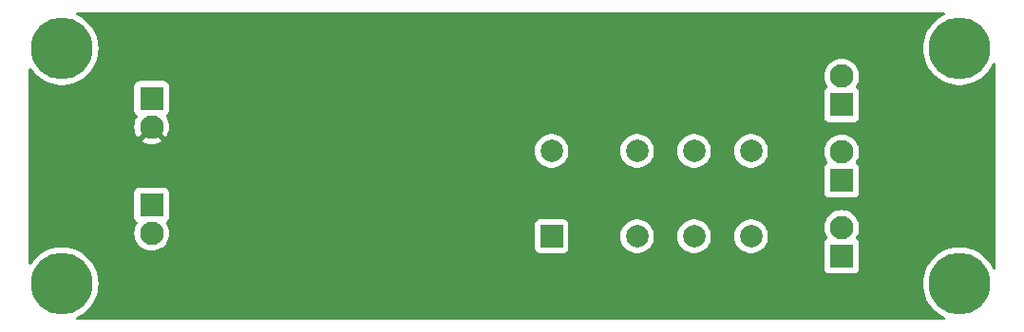
<source format=gbl>
G04 #@! TF.GenerationSoftware,KiCad,Pcbnew,7.0.6-0*
G04 #@! TF.CreationDate,2023-08-27T09:50:28-04:00*
G04 #@! TF.ProjectId,edge triggered monostable,65646765-2074-4726-9967-676572656420,1.0*
G04 #@! TF.SameCoordinates,Original*
G04 #@! TF.FileFunction,Copper,L2,Bot*
G04 #@! TF.FilePolarity,Positive*
%FSLAX46Y46*%
G04 Gerber Fmt 4.6, Leading zero omitted, Abs format (unit mm)*
G04 Created by KiCad (PCBNEW 7.0.6-0) date 2023-08-27 09:50:28*
%MOMM*%
%LPD*%
G01*
G04 APERTURE LIST*
G04 #@! TA.AperFunction,ComponentPad*
%ADD10R,2.000000X2.000000*%
G04 #@! TD*
G04 #@! TA.AperFunction,ComponentPad*
%ADD11C,2.000000*%
G04 #@! TD*
G04 #@! TA.AperFunction,ComponentPad*
%ADD12R,2.100000X2.100000*%
G04 #@! TD*
G04 #@! TA.AperFunction,ComponentPad*
%ADD13C,2.100000*%
G04 #@! TD*
G04 #@! TA.AperFunction,WasherPad*
%ADD14C,5.500000*%
G04 #@! TD*
G04 #@! TA.AperFunction,ViaPad*
%ADD15C,0.800000*%
G04 #@! TD*
G04 APERTURE END LIST*
D10*
X127642500Y-106762500D03*
D11*
X135262500Y-106762500D03*
X140342500Y-106762500D03*
X145422500Y-106762500D03*
X145422500Y-99142500D03*
X140342500Y-99142500D03*
X135262500Y-99142500D03*
X127642500Y-99142500D03*
D12*
X153500000Y-95020000D03*
D13*
X153500000Y-92480000D03*
D12*
X153500000Y-101770000D03*
D13*
X153500000Y-99230000D03*
D12*
X153500000Y-108520000D03*
D13*
X153500000Y-105980000D03*
D12*
X92000000Y-94460000D03*
D13*
X92000000Y-97000000D03*
D12*
X92000000Y-103960000D03*
D13*
X92000000Y-106500000D03*
D14*
X164000000Y-111000000D03*
X84000000Y-111000000D03*
X84000000Y-90000000D03*
X164000000Y-90000000D03*
D15*
X118000000Y-107200000D03*
X111000000Y-108500000D03*
X114500000Y-108600000D03*
X99000000Y-108600000D03*
X105200000Y-98100000D03*
X107000000Y-109900000D03*
G04 #@! TA.AperFunction,Conductor*
G36*
X162677977Y-86820185D02*
G01*
X162723732Y-86872989D01*
X162733676Y-86942147D01*
X162704651Y-87005703D01*
X162663004Y-87037039D01*
X162475210Y-87123921D01*
X162475197Y-87123928D01*
X162173184Y-87305644D01*
X161892589Y-87518946D01*
X161892580Y-87518954D01*
X161636685Y-87761350D01*
X161408505Y-88029983D01*
X161408498Y-88029993D01*
X161210695Y-88321730D01*
X161045597Y-88633137D01*
X161045588Y-88633155D01*
X160915127Y-88960589D01*
X160915126Y-88960591D01*
X160820834Y-89300203D01*
X160820833Y-89300206D01*
X160763808Y-89648045D01*
X160744726Y-89999997D01*
X160744726Y-90000002D01*
X160763808Y-90351954D01*
X160820833Y-90699793D01*
X160820834Y-90699796D01*
X160915126Y-91039408D01*
X160915127Y-91039410D01*
X161045588Y-91366844D01*
X161045597Y-91366862D01*
X161052690Y-91380241D01*
X161210695Y-91678269D01*
X161324314Y-91845845D01*
X161408498Y-91970006D01*
X161408505Y-91970016D01*
X161635028Y-92236698D01*
X161636686Y-92238650D01*
X161892580Y-92481046D01*
X162173182Y-92694354D01*
X162475202Y-92876074D01*
X162475206Y-92876075D01*
X162475210Y-92876078D01*
X162795088Y-93024070D01*
X162795092Y-93024070D01*
X162795099Y-93024074D01*
X163129122Y-93136619D01*
X163473355Y-93212391D01*
X163823763Y-93250500D01*
X163823769Y-93250500D01*
X164176231Y-93250500D01*
X164176237Y-93250500D01*
X164526645Y-93212391D01*
X164870878Y-93136619D01*
X165204901Y-93024074D01*
X165204908Y-93024070D01*
X165204911Y-93024070D01*
X165524789Y-92876078D01*
X165524798Y-92876074D01*
X165826818Y-92694354D01*
X166107420Y-92481046D01*
X166363314Y-92238650D01*
X166591501Y-91970008D01*
X166789305Y-91678269D01*
X166954407Y-91366854D01*
X166954410Y-91366844D01*
X166954414Y-91366838D01*
X166960307Y-91352048D01*
X167003406Y-91297055D01*
X167069396Y-91274094D01*
X167137323Y-91290455D01*
X167185622Y-91340942D01*
X167199500Y-91397944D01*
X167199500Y-109602055D01*
X167179815Y-109669094D01*
X167127011Y-109714849D01*
X167057853Y-109724793D01*
X166994297Y-109695768D01*
X166960307Y-109647953D01*
X166958107Y-109642434D01*
X166954407Y-109633146D01*
X166789305Y-109321731D01*
X166591501Y-109029992D01*
X166591497Y-109029987D01*
X166591494Y-109029983D01*
X166363314Y-108761350D01*
X166107420Y-108518954D01*
X166107413Y-108518948D01*
X166107410Y-108518946D01*
X165826815Y-108305644D01*
X165524802Y-108123928D01*
X165524789Y-108123921D01*
X165204911Y-107975929D01*
X165204906Y-107975928D01*
X165204903Y-107975927D01*
X165204901Y-107975926D01*
X165098432Y-107940052D01*
X164870880Y-107863381D01*
X164526643Y-107787608D01*
X164176238Y-107749500D01*
X164176237Y-107749500D01*
X163823763Y-107749500D01*
X163823761Y-107749500D01*
X163473356Y-107787608D01*
X163129119Y-107863381D01*
X162795093Y-107975928D01*
X162795088Y-107975929D01*
X162475210Y-108123921D01*
X162475197Y-108123928D01*
X162173184Y-108305644D01*
X161892589Y-108518946D01*
X161892580Y-108518954D01*
X161636685Y-108761350D01*
X161408505Y-109029983D01*
X161408498Y-109029993D01*
X161210695Y-109321730D01*
X161045597Y-109633137D01*
X161045588Y-109633155D01*
X160915127Y-109960589D01*
X160915126Y-109960591D01*
X160820834Y-110300203D01*
X160820833Y-110300206D01*
X160763808Y-110648045D01*
X160744726Y-110999997D01*
X160744726Y-111000002D01*
X160763808Y-111351954D01*
X160820833Y-111699793D01*
X160820834Y-111699796D01*
X160915126Y-112039408D01*
X160915127Y-112039410D01*
X161045588Y-112366844D01*
X161045597Y-112366862D01*
X161062076Y-112397944D01*
X161210695Y-112678269D01*
X161324314Y-112845845D01*
X161408498Y-112970006D01*
X161408505Y-112970016D01*
X161636685Y-113238649D01*
X161636686Y-113238650D01*
X161892580Y-113481046D01*
X162173182Y-113694354D01*
X162475202Y-113876074D01*
X162475206Y-113876075D01*
X162475210Y-113876078D01*
X162663004Y-113962961D01*
X162715582Y-114008975D01*
X162734936Y-114076111D01*
X162714922Y-114143052D01*
X162661893Y-114188547D01*
X162610938Y-114199500D01*
X85389062Y-114199500D01*
X85322023Y-114179815D01*
X85276268Y-114127011D01*
X85266324Y-114057853D01*
X85295349Y-113994297D01*
X85336996Y-113962961D01*
X85524789Y-113876078D01*
X85524798Y-113876074D01*
X85826818Y-113694354D01*
X86107420Y-113481046D01*
X86363314Y-113238650D01*
X86591501Y-112970008D01*
X86789305Y-112678269D01*
X86954407Y-112366854D01*
X87084871Y-112039414D01*
X87179168Y-111699788D01*
X87236191Y-111351957D01*
X87255274Y-111000000D01*
X87236191Y-110648043D01*
X87179168Y-110300212D01*
X87115389Y-110070500D01*
X87084873Y-109960591D01*
X87084872Y-109960589D01*
X86954411Y-109633155D01*
X86954402Y-109633137D01*
X86946305Y-109617864D01*
X86789305Y-109321731D01*
X86591501Y-109029992D01*
X86591497Y-109029987D01*
X86591494Y-109029983D01*
X86363314Y-108761350D01*
X86363314Y-108761349D01*
X86107420Y-108518954D01*
X86107413Y-108518948D01*
X86107410Y-108518946D01*
X85826815Y-108305644D01*
X85524802Y-108123928D01*
X85524789Y-108123921D01*
X85204911Y-107975929D01*
X85204906Y-107975928D01*
X85204903Y-107975927D01*
X85204901Y-107975926D01*
X85098432Y-107940052D01*
X84870880Y-107863381D01*
X84526643Y-107787608D01*
X84176238Y-107749500D01*
X84176237Y-107749500D01*
X83823763Y-107749500D01*
X83823761Y-107749500D01*
X83473356Y-107787608D01*
X83129119Y-107863381D01*
X82795093Y-107975928D01*
X82795088Y-107975929D01*
X82475210Y-108123921D01*
X82475197Y-108123928D01*
X82173184Y-108305644D01*
X81892589Y-108518946D01*
X81892580Y-108518954D01*
X81636685Y-108761350D01*
X81408505Y-109029983D01*
X81408498Y-109029993D01*
X81277133Y-109223742D01*
X81223219Y-109268183D01*
X81153837Y-109276421D01*
X81091015Y-109245840D01*
X81054699Y-109186150D01*
X81050500Y-109154155D01*
X81050500Y-106500000D01*
X90444706Y-106500000D01*
X90463853Y-106743297D01*
X90463853Y-106743300D01*
X90463854Y-106743302D01*
X90510670Y-106938303D01*
X90520830Y-106980619D01*
X90614222Y-107206089D01*
X90741737Y-107414173D01*
X90741738Y-107414176D01*
X90748529Y-107422127D01*
X90900241Y-107599759D01*
X91002721Y-107687285D01*
X91085823Y-107758261D01*
X91085826Y-107758262D01*
X91293910Y-107885777D01*
X91475347Y-107960930D01*
X91511551Y-107975926D01*
X91519381Y-107979169D01*
X91519378Y-107979169D01*
X91519384Y-107979170D01*
X91519388Y-107979172D01*
X91756698Y-108036146D01*
X92000000Y-108055294D01*
X92243302Y-108036146D01*
X92480612Y-107979172D01*
X92706089Y-107885777D01*
X92829142Y-107810370D01*
X126142000Y-107810370D01*
X126142001Y-107810376D01*
X126148408Y-107869983D01*
X126198702Y-108004828D01*
X126198706Y-108004835D01*
X126284952Y-108120044D01*
X126284955Y-108120047D01*
X126400164Y-108206293D01*
X126400171Y-108206297D01*
X126535017Y-108256591D01*
X126535016Y-108256591D01*
X126541944Y-108257335D01*
X126594627Y-108263000D01*
X128690372Y-108262999D01*
X128749983Y-108256591D01*
X128884831Y-108206296D01*
X129000046Y-108120046D01*
X129086296Y-108004831D01*
X129136591Y-107869983D01*
X129143000Y-107810373D01*
X129143000Y-106762505D01*
X133756857Y-106762505D01*
X133777390Y-107010312D01*
X133777392Y-107010324D01*
X133838436Y-107251381D01*
X133938326Y-107479106D01*
X134074333Y-107687282D01*
X134074336Y-107687285D01*
X134242756Y-107870238D01*
X134438991Y-108022974D01*
X134657690Y-108141328D01*
X134892886Y-108222071D01*
X135138165Y-108263000D01*
X135386835Y-108263000D01*
X135632114Y-108222071D01*
X135867310Y-108141328D01*
X136086009Y-108022974D01*
X136282244Y-107870238D01*
X136450664Y-107687285D01*
X136586673Y-107479107D01*
X136686563Y-107251381D01*
X136747608Y-107010321D01*
X136748057Y-107004905D01*
X136768143Y-106762505D01*
X138836857Y-106762505D01*
X138857390Y-107010312D01*
X138857392Y-107010324D01*
X138918436Y-107251381D01*
X139018326Y-107479106D01*
X139154333Y-107687282D01*
X139154336Y-107687285D01*
X139322756Y-107870238D01*
X139518991Y-108022974D01*
X139737690Y-108141328D01*
X139972886Y-108222071D01*
X140218165Y-108263000D01*
X140466835Y-108263000D01*
X140712114Y-108222071D01*
X140947310Y-108141328D01*
X141166009Y-108022974D01*
X141362244Y-107870238D01*
X141530664Y-107687285D01*
X141666673Y-107479107D01*
X141766563Y-107251381D01*
X141827608Y-107010321D01*
X141828057Y-107004905D01*
X141848143Y-106762505D01*
X143916857Y-106762505D01*
X143937390Y-107010312D01*
X143937392Y-107010324D01*
X143998436Y-107251381D01*
X144098326Y-107479106D01*
X144234333Y-107687282D01*
X144234336Y-107687285D01*
X144402756Y-107870238D01*
X144598991Y-108022974D01*
X144817690Y-108141328D01*
X145052886Y-108222071D01*
X145298165Y-108263000D01*
X145546835Y-108263000D01*
X145792114Y-108222071D01*
X146027310Y-108141328D01*
X146246009Y-108022974D01*
X146442244Y-107870238D01*
X146610664Y-107687285D01*
X146746673Y-107479107D01*
X146846563Y-107251381D01*
X146907608Y-107010321D01*
X146908057Y-107004905D01*
X146928143Y-106762505D01*
X146928143Y-106762494D01*
X146907609Y-106514687D01*
X146907607Y-106514675D01*
X146846563Y-106273618D01*
X146746673Y-106045893D01*
X146703623Y-105980000D01*
X151944706Y-105980000D01*
X151963853Y-106223297D01*
X152020830Y-106460619D01*
X152114222Y-106686089D01*
X152227449Y-106870857D01*
X152245694Y-106938303D01*
X152224578Y-107004905D01*
X152196034Y-107034913D01*
X152092452Y-107112455D01*
X152006206Y-107227664D01*
X152006202Y-107227671D01*
X151955908Y-107362517D01*
X151949501Y-107422116D01*
X151949501Y-107422123D01*
X151949500Y-107422135D01*
X151949500Y-109617870D01*
X151949501Y-109617876D01*
X151955908Y-109677483D01*
X152006202Y-109812328D01*
X152006206Y-109812335D01*
X152092452Y-109927544D01*
X152092455Y-109927547D01*
X152207664Y-110013793D01*
X152207671Y-110013797D01*
X152342517Y-110064091D01*
X152342516Y-110064091D01*
X152349444Y-110064835D01*
X152402127Y-110070500D01*
X154597872Y-110070499D01*
X154657483Y-110064091D01*
X154792331Y-110013796D01*
X154907546Y-109927546D01*
X154993796Y-109812331D01*
X155044091Y-109677483D01*
X155050500Y-109617873D01*
X155050499Y-107422128D01*
X155044091Y-107362517D01*
X154993796Y-107227669D01*
X154993795Y-107227668D01*
X154993793Y-107227664D01*
X154907547Y-107112455D01*
X154907544Y-107112452D01*
X154803966Y-107034913D01*
X154762095Y-106978979D01*
X154757111Y-106909288D01*
X154772548Y-106870860D01*
X154885777Y-106686089D01*
X154979172Y-106460612D01*
X155036146Y-106223302D01*
X155055294Y-105980000D01*
X155036146Y-105736698D01*
X154979172Y-105499388D01*
X154969109Y-105475094D01*
X154885777Y-105273910D01*
X154758262Y-105065826D01*
X154758261Y-105065823D01*
X154722453Y-105023897D01*
X154599759Y-104880241D01*
X154477063Y-104775449D01*
X154414176Y-104721738D01*
X154414173Y-104721737D01*
X154206089Y-104594222D01*
X153980618Y-104500830D01*
X153980621Y-104500830D01*
X153874992Y-104475470D01*
X153743302Y-104443854D01*
X153743300Y-104443853D01*
X153743297Y-104443853D01*
X153500000Y-104424706D01*
X153256702Y-104443853D01*
X153019380Y-104500830D01*
X152793910Y-104594222D01*
X152585826Y-104721737D01*
X152585823Y-104721738D01*
X152400241Y-104880241D01*
X152241738Y-105065823D01*
X152241737Y-105065826D01*
X152114222Y-105273910D01*
X152020830Y-105499380D01*
X152020828Y-105499387D01*
X152020828Y-105499388D01*
X152020195Y-105502024D01*
X151963853Y-105736702D01*
X151944706Y-105980000D01*
X146703623Y-105980000D01*
X146610666Y-105837717D01*
X146589057Y-105814244D01*
X146442244Y-105654762D01*
X146246009Y-105502026D01*
X146246007Y-105502025D01*
X146246006Y-105502024D01*
X146027311Y-105383672D01*
X146027302Y-105383669D01*
X145792116Y-105302929D01*
X145546835Y-105262000D01*
X145298165Y-105262000D01*
X145052883Y-105302929D01*
X144817697Y-105383669D01*
X144817688Y-105383672D01*
X144598993Y-105502024D01*
X144402757Y-105654761D01*
X144234333Y-105837717D01*
X144098326Y-106045893D01*
X143998436Y-106273618D01*
X143937392Y-106514675D01*
X143937390Y-106514687D01*
X143916857Y-106762494D01*
X143916857Y-106762505D01*
X141848143Y-106762505D01*
X141848143Y-106762494D01*
X141827609Y-106514687D01*
X141827607Y-106514675D01*
X141766563Y-106273618D01*
X141666673Y-106045893D01*
X141530666Y-105837717D01*
X141509057Y-105814244D01*
X141362244Y-105654762D01*
X141166009Y-105502026D01*
X141166007Y-105502025D01*
X141166006Y-105502024D01*
X140947311Y-105383672D01*
X140947302Y-105383669D01*
X140712116Y-105302929D01*
X140466835Y-105262000D01*
X140218165Y-105262000D01*
X139972883Y-105302929D01*
X139737697Y-105383669D01*
X139737688Y-105383672D01*
X139518993Y-105502024D01*
X139322757Y-105654761D01*
X139154333Y-105837717D01*
X139018326Y-106045893D01*
X138918436Y-106273618D01*
X138857392Y-106514675D01*
X138857390Y-106514687D01*
X138836857Y-106762494D01*
X138836857Y-106762505D01*
X136768143Y-106762505D01*
X136768143Y-106762494D01*
X136747609Y-106514687D01*
X136747607Y-106514675D01*
X136686563Y-106273618D01*
X136586673Y-106045893D01*
X136450666Y-105837717D01*
X136429057Y-105814244D01*
X136282244Y-105654762D01*
X136086009Y-105502026D01*
X136086007Y-105502025D01*
X136086006Y-105502024D01*
X135867311Y-105383672D01*
X135867302Y-105383669D01*
X135632116Y-105302929D01*
X135386835Y-105262000D01*
X135138165Y-105262000D01*
X134892883Y-105302929D01*
X134657697Y-105383669D01*
X134657688Y-105383672D01*
X134438993Y-105502024D01*
X134242757Y-105654761D01*
X134074333Y-105837717D01*
X133938326Y-106045893D01*
X133838436Y-106273618D01*
X133777392Y-106514675D01*
X133777390Y-106514687D01*
X133756857Y-106762494D01*
X133756857Y-106762505D01*
X129143000Y-106762505D01*
X129142999Y-105714628D01*
X129136591Y-105655017D01*
X129094325Y-105541697D01*
X129086297Y-105520171D01*
X129086293Y-105520164D01*
X129000047Y-105404955D01*
X129000044Y-105404952D01*
X128884835Y-105318706D01*
X128884828Y-105318702D01*
X128749982Y-105268408D01*
X128749983Y-105268408D01*
X128690383Y-105262001D01*
X128690381Y-105262000D01*
X128690373Y-105262000D01*
X128690364Y-105262000D01*
X126594629Y-105262000D01*
X126594623Y-105262001D01*
X126535016Y-105268408D01*
X126400171Y-105318702D01*
X126400164Y-105318706D01*
X126284955Y-105404952D01*
X126284952Y-105404955D01*
X126198706Y-105520164D01*
X126198702Y-105520171D01*
X126148408Y-105655017D01*
X126142001Y-105714616D01*
X126142001Y-105714623D01*
X126142000Y-105714635D01*
X126142000Y-107810370D01*
X92829142Y-107810370D01*
X92914179Y-107758259D01*
X93099759Y-107599759D01*
X93258259Y-107414179D01*
X93385777Y-107206089D01*
X93479172Y-106980612D01*
X93536146Y-106743302D01*
X93555294Y-106500000D01*
X93536146Y-106256698D01*
X93479172Y-106019388D01*
X93385777Y-105793911D01*
X93385777Y-105793910D01*
X93272550Y-105609142D01*
X93254305Y-105541697D01*
X93275421Y-105475094D01*
X93303962Y-105445088D01*
X93407546Y-105367546D01*
X93493796Y-105252331D01*
X93544091Y-105117483D01*
X93550500Y-105057873D01*
X93550499Y-102862128D01*
X93544091Y-102802517D01*
X93493796Y-102667669D01*
X93493795Y-102667668D01*
X93493793Y-102667664D01*
X93407547Y-102552455D01*
X93407544Y-102552452D01*
X93292335Y-102466206D01*
X93292328Y-102466202D01*
X93157482Y-102415908D01*
X93157483Y-102415908D01*
X93097883Y-102409501D01*
X93097881Y-102409500D01*
X93097873Y-102409500D01*
X93097864Y-102409500D01*
X90902129Y-102409500D01*
X90902123Y-102409501D01*
X90842516Y-102415908D01*
X90707671Y-102466202D01*
X90707664Y-102466206D01*
X90592455Y-102552452D01*
X90592452Y-102552455D01*
X90506206Y-102667664D01*
X90506202Y-102667671D01*
X90455908Y-102802517D01*
X90449501Y-102862116D01*
X90449501Y-102862123D01*
X90449500Y-102862135D01*
X90449500Y-105057870D01*
X90449501Y-105057876D01*
X90455908Y-105117483D01*
X90506202Y-105252328D01*
X90506206Y-105252335D01*
X90592452Y-105367544D01*
X90592455Y-105367547D01*
X90696033Y-105445086D01*
X90737904Y-105501019D01*
X90742888Y-105570711D01*
X90727449Y-105609142D01*
X90614222Y-105793910D01*
X90520830Y-106019380D01*
X90463853Y-106256702D01*
X90444706Y-106500000D01*
X81050500Y-106500000D01*
X81050500Y-99142505D01*
X126136857Y-99142505D01*
X126157390Y-99390312D01*
X126157392Y-99390324D01*
X126218436Y-99631381D01*
X126318326Y-99859106D01*
X126454333Y-100067282D01*
X126454336Y-100067285D01*
X126622756Y-100250238D01*
X126818991Y-100402974D01*
X127037690Y-100521328D01*
X127272886Y-100602071D01*
X127518165Y-100643000D01*
X127766835Y-100643000D01*
X128012114Y-100602071D01*
X128247310Y-100521328D01*
X128466009Y-100402974D01*
X128662244Y-100250238D01*
X128830664Y-100067285D01*
X128966673Y-99859107D01*
X129066563Y-99631381D01*
X129127608Y-99390321D01*
X129148143Y-99142505D01*
X133756857Y-99142505D01*
X133777390Y-99390312D01*
X133777392Y-99390324D01*
X133838436Y-99631381D01*
X133938326Y-99859106D01*
X134074333Y-100067282D01*
X134074336Y-100067285D01*
X134242756Y-100250238D01*
X134438991Y-100402974D01*
X134657690Y-100521328D01*
X134892886Y-100602071D01*
X135138165Y-100643000D01*
X135386835Y-100643000D01*
X135632114Y-100602071D01*
X135867310Y-100521328D01*
X136086009Y-100402974D01*
X136282244Y-100250238D01*
X136450664Y-100067285D01*
X136586673Y-99859107D01*
X136686563Y-99631381D01*
X136747608Y-99390321D01*
X136768143Y-99142505D01*
X138836857Y-99142505D01*
X138857390Y-99390312D01*
X138857392Y-99390324D01*
X138918436Y-99631381D01*
X139018326Y-99859106D01*
X139154333Y-100067282D01*
X139154336Y-100067285D01*
X139322756Y-100250238D01*
X139518991Y-100402974D01*
X139737690Y-100521328D01*
X139972886Y-100602071D01*
X140218165Y-100643000D01*
X140466835Y-100643000D01*
X140712114Y-100602071D01*
X140947310Y-100521328D01*
X141166009Y-100402974D01*
X141362244Y-100250238D01*
X141530664Y-100067285D01*
X141666673Y-99859107D01*
X141766563Y-99631381D01*
X141827608Y-99390321D01*
X141848143Y-99142505D01*
X143916857Y-99142505D01*
X143937390Y-99390312D01*
X143937392Y-99390324D01*
X143998436Y-99631381D01*
X144098326Y-99859106D01*
X144234333Y-100067282D01*
X144234336Y-100067285D01*
X144402756Y-100250238D01*
X144598991Y-100402974D01*
X144817690Y-100521328D01*
X145052886Y-100602071D01*
X145298165Y-100643000D01*
X145546835Y-100643000D01*
X145792114Y-100602071D01*
X146027310Y-100521328D01*
X146246009Y-100402974D01*
X146442244Y-100250238D01*
X146610664Y-100067285D01*
X146746673Y-99859107D01*
X146846563Y-99631381D01*
X146907608Y-99390321D01*
X146920893Y-99230000D01*
X151944706Y-99230000D01*
X151963853Y-99473297D01*
X152020830Y-99710619D01*
X152114222Y-99936089D01*
X152227449Y-100120857D01*
X152245694Y-100188303D01*
X152224578Y-100254905D01*
X152196034Y-100284913D01*
X152092452Y-100362455D01*
X152006206Y-100477664D01*
X152006202Y-100477671D01*
X151955908Y-100612517D01*
X151949501Y-100672116D01*
X151949501Y-100672123D01*
X151949500Y-100672135D01*
X151949500Y-102867870D01*
X151949501Y-102867876D01*
X151955908Y-102927483D01*
X152006202Y-103062328D01*
X152006206Y-103062335D01*
X152092452Y-103177544D01*
X152092455Y-103177547D01*
X152207664Y-103263793D01*
X152207671Y-103263797D01*
X152342517Y-103314091D01*
X152342516Y-103314091D01*
X152349444Y-103314835D01*
X152402127Y-103320500D01*
X154597872Y-103320499D01*
X154657483Y-103314091D01*
X154792331Y-103263796D01*
X154907546Y-103177546D01*
X154993796Y-103062331D01*
X155044091Y-102927483D01*
X155050500Y-102867873D01*
X155050499Y-100672128D01*
X155044091Y-100612517D01*
X155010080Y-100521330D01*
X154993797Y-100477671D01*
X154993793Y-100477664D01*
X154907547Y-100362455D01*
X154907544Y-100362452D01*
X154803966Y-100284913D01*
X154762095Y-100228979D01*
X154757111Y-100159288D01*
X154772548Y-100120860D01*
X154885777Y-99936089D01*
X154979172Y-99710612D01*
X155036146Y-99473302D01*
X155055294Y-99230000D01*
X155036146Y-98986698D01*
X154979172Y-98749388D01*
X154979169Y-98749380D01*
X154885777Y-98523910D01*
X154758262Y-98315826D01*
X154758261Y-98315823D01*
X154674470Y-98217717D01*
X154599759Y-98130241D01*
X154477063Y-98025449D01*
X154414176Y-97971738D01*
X154414173Y-97971737D01*
X154206089Y-97844222D01*
X153980618Y-97750830D01*
X153980621Y-97750830D01*
X153874992Y-97725470D01*
X153743302Y-97693854D01*
X153743300Y-97693853D01*
X153743297Y-97693853D01*
X153500000Y-97674706D01*
X153256702Y-97693853D01*
X153019380Y-97750830D01*
X152793910Y-97844222D01*
X152585826Y-97971737D01*
X152585823Y-97971738D01*
X152400241Y-98130241D01*
X152241738Y-98315823D01*
X152241737Y-98315826D01*
X152114222Y-98523910D01*
X152020830Y-98749380D01*
X151963853Y-98986702D01*
X151944706Y-99230000D01*
X146920893Y-99230000D01*
X146928143Y-99142500D01*
X146915233Y-98986702D01*
X146907609Y-98894687D01*
X146907607Y-98894675D01*
X146846563Y-98653618D01*
X146746673Y-98425893D01*
X146610666Y-98217717D01*
X146589057Y-98194244D01*
X146442244Y-98034762D01*
X146246009Y-97882026D01*
X146246007Y-97882025D01*
X146246006Y-97882024D01*
X146027311Y-97763672D01*
X146027302Y-97763669D01*
X145792116Y-97682929D01*
X145546835Y-97642000D01*
X145298165Y-97642000D01*
X145052883Y-97682929D01*
X144817697Y-97763669D01*
X144817688Y-97763672D01*
X144598993Y-97882024D01*
X144402757Y-98034761D01*
X144234333Y-98217717D01*
X144098326Y-98425893D01*
X143998436Y-98653618D01*
X143937392Y-98894675D01*
X143937390Y-98894687D01*
X143916857Y-99142494D01*
X143916857Y-99142505D01*
X141848143Y-99142505D01*
X141848143Y-99142500D01*
X141835233Y-98986702D01*
X141827609Y-98894687D01*
X141827607Y-98894675D01*
X141766563Y-98653618D01*
X141666673Y-98425893D01*
X141530666Y-98217717D01*
X141509057Y-98194244D01*
X141362244Y-98034762D01*
X141166009Y-97882026D01*
X141166007Y-97882025D01*
X141166006Y-97882024D01*
X140947311Y-97763672D01*
X140947302Y-97763669D01*
X140712116Y-97682929D01*
X140466835Y-97642000D01*
X140218165Y-97642000D01*
X139972883Y-97682929D01*
X139737697Y-97763669D01*
X139737688Y-97763672D01*
X139518993Y-97882024D01*
X139322757Y-98034761D01*
X139154333Y-98217717D01*
X139018326Y-98425893D01*
X138918436Y-98653618D01*
X138857392Y-98894675D01*
X138857390Y-98894687D01*
X138836857Y-99142494D01*
X138836857Y-99142505D01*
X136768143Y-99142505D01*
X136768143Y-99142500D01*
X136755233Y-98986702D01*
X136747609Y-98894687D01*
X136747607Y-98894675D01*
X136686563Y-98653618D01*
X136586673Y-98425893D01*
X136450666Y-98217717D01*
X136429057Y-98194244D01*
X136282244Y-98034762D01*
X136086009Y-97882026D01*
X136086007Y-97882025D01*
X136086006Y-97882024D01*
X135867311Y-97763672D01*
X135867302Y-97763669D01*
X135632116Y-97682929D01*
X135386835Y-97642000D01*
X135138165Y-97642000D01*
X134892883Y-97682929D01*
X134657697Y-97763669D01*
X134657688Y-97763672D01*
X134438993Y-97882024D01*
X134242757Y-98034761D01*
X134074333Y-98217717D01*
X133938326Y-98425893D01*
X133838436Y-98653618D01*
X133777392Y-98894675D01*
X133777390Y-98894687D01*
X133756857Y-99142494D01*
X133756857Y-99142505D01*
X129148143Y-99142505D01*
X129148143Y-99142500D01*
X129135233Y-98986702D01*
X129127609Y-98894687D01*
X129127607Y-98894675D01*
X129066563Y-98653618D01*
X128966673Y-98425893D01*
X128830666Y-98217717D01*
X128809057Y-98194244D01*
X128662244Y-98034762D01*
X128466009Y-97882026D01*
X128466007Y-97882025D01*
X128466006Y-97882024D01*
X128247311Y-97763672D01*
X128247302Y-97763669D01*
X128012116Y-97682929D01*
X127766835Y-97642000D01*
X127518165Y-97642000D01*
X127272883Y-97682929D01*
X127037697Y-97763669D01*
X127037688Y-97763672D01*
X126818993Y-97882024D01*
X126622757Y-98034761D01*
X126454333Y-98217717D01*
X126318326Y-98425893D01*
X126218436Y-98653618D01*
X126157392Y-98894675D01*
X126157390Y-98894687D01*
X126136857Y-99142494D01*
X126136857Y-99142505D01*
X81050500Y-99142505D01*
X81050500Y-96999999D01*
X90445207Y-96999999D01*
X90464348Y-97243219D01*
X90521303Y-97480457D01*
X90614668Y-97705861D01*
X90738504Y-97907942D01*
X91474070Y-97172375D01*
X91476884Y-97185915D01*
X91546442Y-97320156D01*
X91649638Y-97430652D01*
X91778819Y-97509209D01*
X91830002Y-97523549D01*
X91092056Y-98261494D01*
X91294138Y-98385331D01*
X91519542Y-98478696D01*
X91756780Y-98535651D01*
X91756779Y-98535651D01*
X92000000Y-98554792D01*
X92243219Y-98535651D01*
X92480457Y-98478696D01*
X92705861Y-98385331D01*
X92907942Y-98261494D01*
X92171568Y-97525121D01*
X92288458Y-97474349D01*
X92405739Y-97378934D01*
X92492928Y-97255415D01*
X92523354Y-97169802D01*
X93261494Y-97907942D01*
X93385331Y-97705861D01*
X93478696Y-97480457D01*
X93535651Y-97243219D01*
X93554792Y-96999999D01*
X93535651Y-96756780D01*
X93478696Y-96519542D01*
X93385331Y-96294138D01*
X93272149Y-96109442D01*
X93253904Y-96041996D01*
X93275020Y-95975394D01*
X93303560Y-95945389D01*
X93407546Y-95867546D01*
X93493796Y-95752331D01*
X93544091Y-95617483D01*
X93550500Y-95557873D01*
X93550499Y-93362128D01*
X93544091Y-93302517D01*
X93510476Y-93212391D01*
X93493797Y-93167671D01*
X93493793Y-93167664D01*
X93407547Y-93052455D01*
X93407544Y-93052452D01*
X93292335Y-92966206D01*
X93292328Y-92966202D01*
X93157482Y-92915908D01*
X93157483Y-92915908D01*
X93097883Y-92909501D01*
X93097881Y-92909500D01*
X93097873Y-92909500D01*
X93097864Y-92909500D01*
X90902129Y-92909500D01*
X90902123Y-92909501D01*
X90842516Y-92915908D01*
X90707671Y-92966202D01*
X90707664Y-92966206D01*
X90592455Y-93052452D01*
X90592452Y-93052455D01*
X90506206Y-93167664D01*
X90506202Y-93167671D01*
X90455908Y-93302517D01*
X90449501Y-93362116D01*
X90449501Y-93362123D01*
X90449500Y-93362135D01*
X90449500Y-95557870D01*
X90449501Y-95557876D01*
X90455908Y-95617483D01*
X90506202Y-95752328D01*
X90506206Y-95752335D01*
X90575358Y-95844709D01*
X90592454Y-95867546D01*
X90696434Y-95945386D01*
X90738305Y-96001319D01*
X90743289Y-96071011D01*
X90727851Y-96109441D01*
X90614667Y-96294140D01*
X90521303Y-96519542D01*
X90464348Y-96756780D01*
X90445207Y-96999999D01*
X81050500Y-96999999D01*
X81050500Y-91845845D01*
X81070185Y-91778806D01*
X81122989Y-91733051D01*
X81192147Y-91723107D01*
X81255703Y-91752132D01*
X81277133Y-91776258D01*
X81408498Y-91970006D01*
X81408505Y-91970016D01*
X81635028Y-92236698D01*
X81636686Y-92238650D01*
X81892580Y-92481046D01*
X82173182Y-92694354D01*
X82475202Y-92876074D01*
X82475206Y-92876075D01*
X82475210Y-92876078D01*
X82795088Y-93024070D01*
X82795092Y-93024070D01*
X82795099Y-93024074D01*
X83129122Y-93136619D01*
X83473355Y-93212391D01*
X83823763Y-93250500D01*
X83823769Y-93250500D01*
X84176231Y-93250500D01*
X84176237Y-93250500D01*
X84526645Y-93212391D01*
X84870878Y-93136619D01*
X85204901Y-93024074D01*
X85204908Y-93024070D01*
X85204911Y-93024070D01*
X85524789Y-92876078D01*
X85524798Y-92876074D01*
X85826818Y-92694354D01*
X86107420Y-92481046D01*
X86108524Y-92480000D01*
X151944706Y-92480000D01*
X151963853Y-92723297D01*
X151963853Y-92723300D01*
X151963854Y-92723302D01*
X152010095Y-92915908D01*
X152020830Y-92960619D01*
X152114222Y-93186089D01*
X152227449Y-93370857D01*
X152245694Y-93438303D01*
X152224578Y-93504905D01*
X152196034Y-93534913D01*
X152092452Y-93612455D01*
X152006206Y-93727664D01*
X152006202Y-93727671D01*
X151955908Y-93862517D01*
X151949501Y-93922116D01*
X151949501Y-93922123D01*
X151949500Y-93922135D01*
X151949500Y-96117870D01*
X151949501Y-96117876D01*
X151955908Y-96177483D01*
X152006202Y-96312328D01*
X152006206Y-96312335D01*
X152092452Y-96427544D01*
X152092455Y-96427547D01*
X152207664Y-96513793D01*
X152207671Y-96513797D01*
X152342517Y-96564091D01*
X152342516Y-96564091D01*
X152349444Y-96564835D01*
X152402127Y-96570500D01*
X154597872Y-96570499D01*
X154657483Y-96564091D01*
X154792331Y-96513796D01*
X154907546Y-96427546D01*
X154993796Y-96312331D01*
X155044091Y-96177483D01*
X155050500Y-96117873D01*
X155050499Y-93922128D01*
X155044091Y-93862517D01*
X154993796Y-93727669D01*
X154993795Y-93727668D01*
X154993793Y-93727664D01*
X154907547Y-93612455D01*
X154907544Y-93612452D01*
X154803966Y-93534913D01*
X154762095Y-93478979D01*
X154757111Y-93409288D01*
X154772548Y-93370860D01*
X154885777Y-93186089D01*
X154979172Y-92960612D01*
X155036146Y-92723302D01*
X155055294Y-92480000D01*
X155036146Y-92236698D01*
X154979172Y-91999388D01*
X154967006Y-91970016D01*
X154885777Y-91773910D01*
X154758262Y-91565826D01*
X154758261Y-91565823D01*
X154722453Y-91523897D01*
X154599759Y-91380241D01*
X154475477Y-91274094D01*
X154414176Y-91221738D01*
X154414173Y-91221737D01*
X154206089Y-91094222D01*
X153980618Y-91000830D01*
X153980621Y-91000830D01*
X153874992Y-90975470D01*
X153743302Y-90943854D01*
X153743300Y-90943853D01*
X153743297Y-90943853D01*
X153500000Y-90924706D01*
X153256702Y-90943853D01*
X153019380Y-91000830D01*
X152793910Y-91094222D01*
X152585826Y-91221737D01*
X152585823Y-91221738D01*
X152400241Y-91380241D01*
X152241738Y-91565823D01*
X152241737Y-91565826D01*
X152114222Y-91773910D01*
X152020830Y-91999380D01*
X151963853Y-92236702D01*
X151944706Y-92480000D01*
X86108524Y-92480000D01*
X86363314Y-92238650D01*
X86591501Y-91970008D01*
X86789305Y-91678269D01*
X86954407Y-91366854D01*
X87084871Y-91039414D01*
X87095585Y-91000828D01*
X87116720Y-90924706D01*
X87179168Y-90699788D01*
X87236191Y-90351957D01*
X87255274Y-90000000D01*
X87236191Y-89648043D01*
X87179168Y-89300212D01*
X87136704Y-89147271D01*
X87084873Y-88960591D01*
X87084872Y-88960589D01*
X86954411Y-88633155D01*
X86954402Y-88633137D01*
X86949500Y-88623890D01*
X86789305Y-88321731D01*
X86591501Y-88029992D01*
X86591497Y-88029987D01*
X86591494Y-88029983D01*
X86363314Y-87761350D01*
X86107420Y-87518954D01*
X86107413Y-87518948D01*
X86107410Y-87518946D01*
X85826815Y-87305644D01*
X85524802Y-87123928D01*
X85524789Y-87123921D01*
X85336996Y-87037039D01*
X85284418Y-86991025D01*
X85265064Y-86923889D01*
X85285078Y-86856948D01*
X85338107Y-86811453D01*
X85389062Y-86800500D01*
X162610938Y-86800500D01*
X162677977Y-86820185D01*
G37*
G04 #@! TD.AperFunction*
M02*

</source>
